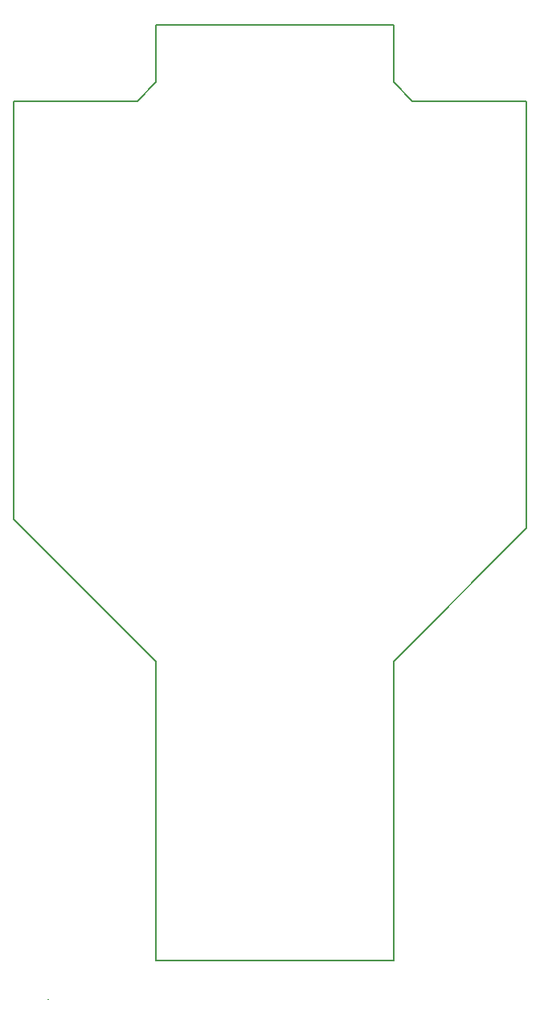
<source format=gm1>
G04 #@! TF.GenerationSoftware,KiCad,Pcbnew,(2017-06-12 revision 19d5cc754)-master*
G04 #@! TF.CreationDate,2018-05-15T00:46:58+02:00*
G04 #@! TF.ProjectId,RFID_BOARD_EM4095,524649445F424F4152445F454D343039,rev?*
G04 #@! TF.FileFunction,Profile,NP*
%FSLAX46Y46*%
G04 Gerber Fmt 4.6, Leading zero omitted, Abs format (unit mm)*
G04 Created by KiCad (PCBNEW (2017-06-12 revision 19d5cc754)-master) date 2018 May 15, Tuesday 00:46:58*
%MOMM*%
%LPD*%
G01*
G04 APERTURE LIST*
%ADD10C,0.100000*%
%ADD11C,0.150000*%
%ADD12C,0.200000*%
G04 APERTURE END LIST*
D10*
D11*
X184000000Y-36000000D02*
X184000000Y-36000000D01*
X172000000Y-36000000D02*
X184000000Y-36000000D01*
X130000000Y-36000000D02*
X130000000Y-36000000D01*
X143000000Y-36000000D02*
X130000000Y-36000000D01*
X145000000Y-34000000D02*
X143000000Y-36000000D01*
X145000000Y-28000000D02*
X145000000Y-34000000D01*
X170000000Y-28000000D02*
X145000000Y-28000000D01*
X170000000Y-34000000D02*
X170000000Y-28000000D01*
X172000000Y-36000000D02*
X170000000Y-34000000D01*
X145000000Y-95000000D02*
X145000000Y-95000000D01*
X145000000Y-126500000D02*
X145000000Y-95000000D01*
X170000000Y-126500000D02*
X145000000Y-126500000D01*
X170000000Y-95000000D02*
X170000000Y-126500000D01*
X184000000Y-36000000D02*
X184000000Y-36000000D01*
X153000000Y-28000000D02*
X161000000Y-28000000D01*
X184000000Y-36000000D02*
X184000000Y-36000000D01*
X184000000Y-81000000D02*
X184000000Y-36000000D01*
X170000000Y-95000000D02*
X184000000Y-81000000D01*
X130000000Y-80000000D02*
X145000000Y-95000000D01*
X130000000Y-36000000D02*
X130000000Y-80000000D01*
D12*
X132000000Y-36000000D02*
X132000000Y-36000000D01*
X130000000Y-36000000D02*
X132000000Y-36000000D01*
D11*
X133604000Y-130556000D02*
X133604000Y-130556000D01*
M02*

</source>
